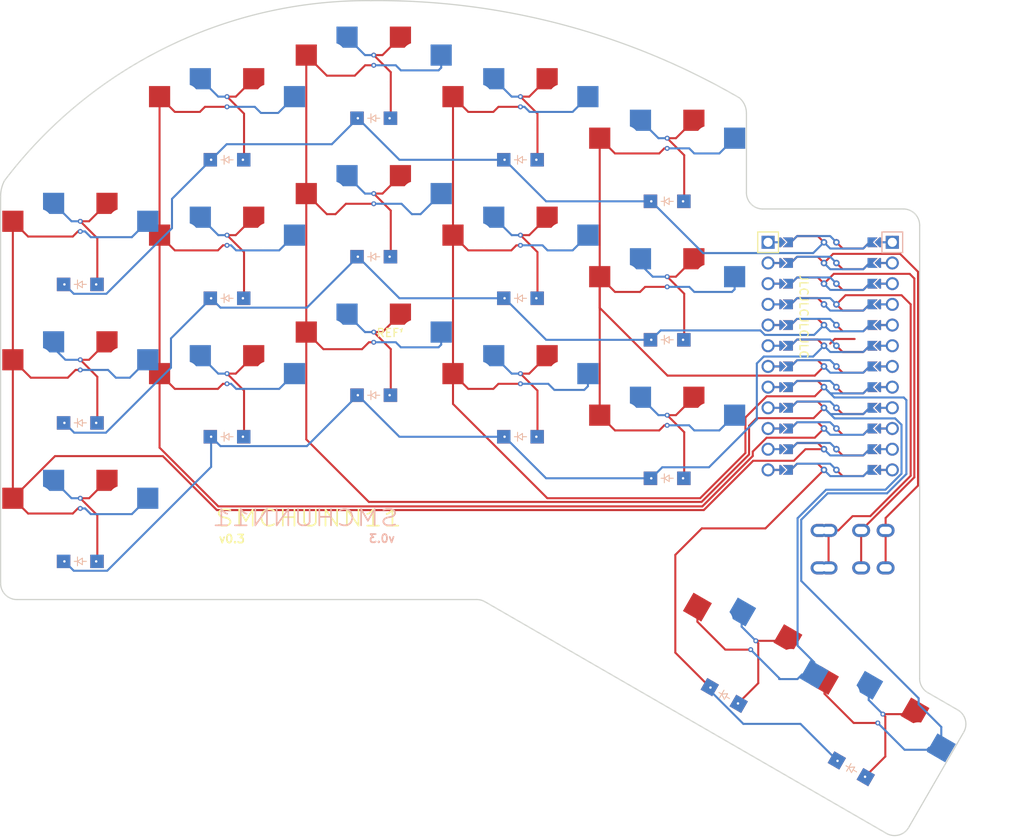
<source format=kicad_pcb>
(kicad_pcb (version 20211014) (generator pcbnew)
  (title_block (title "smcboard") (rev "v1.0.0") (company "Unknown"))
  (layers (0 "F.Cu" signal) (31 "B.Cu" signal) (34 "B.Paste" user) (35 "F.Paste" user) (36 "B.SilkS" user "B.Silkscreen") (37 "F.SilkS" user "F.Silkscreen") (38 "B.Mask" user) (39 "F.Mask" user) (44 "Edge.Cuts" user))
  (net 0 "")
  (net 1 "pinky_bottom")
  (net 2 "P8")
  (net 3 "P3")
  (net 4 "pinky_home")
  (net 5 "P2")
  (net 6 "pinky_top")
  (net 7 "P1")
  (net 8 "ring_bottom")
  (net 9 "P7")
  (net 10 "ring_home")
  (net 11 "ring_top")
  (net 12 "middle_bottom")
  (net 13 "P6")
  (net 14 "middle_home")
  (net 15 "middle_top")
  (net 16 "index_bottom")
  (net 17 "P5")
  (net 18 "index_home")
  (net 19 "index_top")
  (net 20 "inner_bottom")
  (net 21 "P4")
  (net 22 "inner_home")
  (net 23 "inner_top")
  (net 24 "near_thumb")
  (net 25 "P9")
  (net 26 "home_thumb")
  (net 27 "RAW")
  (net 28 "GND")
  (net 29 "RST")
  (net 30 "VCC")
  (net 31 "P21")
  (net 32 "P20")
  (net 33 "P19")
  (net 34 "P18")
  (net 35 "P15")
  (net 36 "P14")
  (net 37 "P16")
  (net 38 "P10")
  (net 39 "P0")
  (footprint "ComboDiode" (layer "F.Cu") (at 92.5 49.25)
    (fp_text reference "D6" hide)
    (fp_text value "" hide)
  )
  (footprint "VIA-0.6mm" (layer "F.Cu") (at 146.5 64.85)
    (fp_text reference "REF**" hide)
    (fp_text value "VIA-0.6mm" hide)
  )
  (footprint "VIA-0.6mm" (layer "F.Cu") (at 146.5 47.85)
    (fp_text reference "REF**" hide)
    (fp_text value "VIA-0.6mm" hide)
  )
  (footprint "VIA-0.6mm" (layer "F.Cu") (at 110.5 71.65)
    (fp_text reference "REF**" hide)
    (fp_text value "VIA-0.6mm" hide)
  )
  (footprint "VIA-0.6mm" (layer "F.Cu") (at 146.5 81.85)
    (fp_text reference "REF**" hide)
    (fp_text value "VIA-0.6mm" hide)
  )
  (footprint "PG1350" (layer "F.Cu") (at 155.5 111.55 -30)
    (fp_text reference "S16" hide)
    (fp_text value "" hide)
  )
  (footprint "VIA-0.6mm" (layer "F.Cu") (at 92.5 75.5)
    (fp_text reference "REF**" hide)
    (fp_text value "VIA-0.6mm" hide)
  )
  (footprint "VIA-0.6mm" (layer "F.Cu") (at 92.5 76.75)
    (fp_text reference "REF**" hide)
    (fp_text value "VIA-0.6mm" hide)
  )
  (footprint "ComboDiode" (layer "F.Cu") (at 146.5 71.35)
    (fp_text reference "D14" hide)
    (fp_text value "" hide)
  )
  (footprint "ComboDiode" (layer "F.Cu") (at 169.088457 124.014102 -30)
    (fp_text reference "D17" hide)
    (fp_text value "" hide)
  )
  (footprint "PG1350" (layer "F.Cu") (at 110.5 40.15)
    (fp_text reference "S9" hide)
    (fp_text value "" hide)
  )
  (footprint "VIA-0.6mm" (layer "F.Cu") (at 74.5 90.8)
    (fp_text reference "REF**" hide)
    (fp_text value "VIA-0.6mm" hide)
  )
  (footprint "VIA-0.6mm" (layer "F.Cu") (at 74.5 58.05)
    (fp_text reference "REF**" hide)
    (fp_text value "VIA-0.6mm" hide)
  )
  (footprint "PG1350" (layer "F.Cu") (at 146.5 50.35)
    (fp_text reference "S15" hide)
    (fp_text value "" hide)
  )
  (footprint "ComboDiode" (layer "F.Cu") (at 128.5 49.25)
    (fp_text reference "D12" hide)
    (fp_text value "" hide)
  )
  (footprint "VIA-0.6mm" (layer "F.Cu") (at 74.5 73.8)
    (fp_text reference "REF**" hide)
    (fp_text value "VIA-0.6mm" hide)
  )
  (footprint "VIA-0.6mm" (layer "F.Cu") (at 128.5 59.75)
    (fp_text reference "REF**" hide)
    (fp_text value "VIA-0.6mm" hide)
  )
  (footprint "ComboDiode" (layer "F.Cu") (at 92.5 66.25)
    (fp_text reference "D5" hide)
    (fp_text value "" hide)
  )
  (footprint "TRRS-PJ-320A-dual" (layer "F.Cu") (at 176.5 99.35 -90)
    (fp_text reference "REF**")
    (fp_text value "TRRS-PJ-320A-dual")
  )
  (footprint "ComboDiode" (layer "F.Cu") (at 74.5 81.55)
    (fp_text reference "D2" hide)
    (fp_text value "" hide)
  )
  (footprint "VIA-0.6mm" (layer "F.Cu") (at 74.5 92.05)
    (fp_text reference "REF**" hide)
    (fp_text value "VIA-0.6mm" hide)
  )
  (footprint "PG1350" (layer "F.Cu") (at 74.5 60.55)
    (fp_text reference "S3" hide)
    (fp_text value "" hide)
  )
  (footprint "ComboDiode" (layer "F.Cu") (at 110.5 44.15)
    (fp_text reference "D9" hide)
    (fp_text value "" hide)
  )
  (footprint "VIA-0.6mm" (layer "F.Cu") (at 156.75 109.384937 -30)
    (fp_text reference "REF**" hide)
    (fp_text value "VIA-0.6mm" hide)
  )
  (footprint "VIA-0.6mm" (layer "F.Cu") (at 92.5 42.75)
    (fp_text reference "REF**" hide)
    (fp_text value "VIA-0.6mm" hide)
  )
  (footprint "PG1350" (layer "F.Cu") (at 146.5 84.35)
    (fp_text reference "S13" hide)
    (fp_text value "" hide)
  )
  (footprint "ComboDiode" (layer "F.Cu") (at 153.5 115.014102 -30)
    (fp_text reference "D16" hide)
    (fp_text value "" hide)
  )
  (footprint "ComboDiode" (layer "F.Cu") (at 146.5 88.35)
    (fp_text reference "D13" hide)
    (fp_text value "" hide)
  )
  (footprint "PG1350" (layer "F.Cu") (at 146.5 67.35)
    (fp_text reference "S14" hide)
    (fp_text value "" hide)
  )
  (footprint "ComboDiode" (layer "F.Cu") (at 128.5 83.25)
    (fp_text reference "D10" hide)
    (fp_text value "" hide)
  )
  (footprint "ProMicro" (layer "F.Cu") (at 166.5 73.35 -90)
    (fp_text reference "MCU1" hide)
    (fp_text value "")
  )
  (footprint "VIA-0.6mm" (layer "F.Cu") (at 110.5 37.65)
    (fp_text reference "REF**" hide)
    (fp_text value "VIA-0.6mm" hide)
  )
  (footprint "VIA-0.6mm" (layer "F.Cu") (at 92.5 41.5)
    (fp_text reference "REF**" hide)
    (fp_text value "VIA-0.6mm" hide)
  )
  (footprint "PG1350" (layer "F.Cu") (at 110.5 74.15)
    (fp_text reference "S7" hide)
    (fp_text value "" hide)
  )
  (footprint "ComboDiode" (layer "F.Cu") (at 110.5 78.15)
    (fp_text reference "D7" hide)
    (fp_text value "" hide)
  )
  (footprint "PG1350" (layer "F.Cu") (at 128.5 45.25)
    (fp_text reference "S12" hide)
    (fp_text value "" hide)
  )
  (footprint "VIA-0.6mm" (layer "F.Cu") (at 74.5 75.05)
    (fp_text reference "REF**" hide)
    (fp_text value "VIA-0.6mm" hide)
  )
  (footprint "PG1350" (layer "F.Cu") (at 92.5 45.25)
    (fp_text reference "S6" hide)
    (fp_text value "" hide)
  )
  (footprint "VIA-0.6mm" (layer "F.Cu") (at 128.5 76.75)
    (fp_text reference "REF**" hide)
    (fp_text value "VIA-0.6mm" hide)
  )
  (footprint "VIA-0.6mm" (layer "F.Cu") (at 146.5 63.6)
    (fp_text reference "REF**" hide)
    (fp_text value "VIA-0.6mm" hide)
  )
  (footprint "PG1350" (layer "F.Cu") (at 92.5 62.25)
    (fp_text reference "S5" hide)
    (fp_text value "" hide)
  )
  (footprint "PG1350" (layer "F.Cu") (at 74.5 77.55)
    (fp_text reference "S2" hide)
    (fp_text value "" hide)
  )
  (footprint "VIA-0.6mm" (layer "F.Cu") (at 128.5 41.5)
    (fp_text reference "REF**" hide)
    (fp_text value "VIA-0.6mm" hide)
  )
  (footprint "VIA-0.6mm" (layer "F.Cu") (at 128.5 58.5)
    (fp_text reference "REF**" hide)
    (fp_text value "VIA-0.6mm" hide)
  )
  (footprint "ComboDiode" (layer "F.Cu") (at 146.5 54.35)
    (fp_text reference "D15" hide)
    (fp_text value "" hide)
  )
  (footprint "VIA-0.6mm" (layer "F.Cu") (at 128.5 75.5)
    (fp_text reference "REF**" hide)
    (fp_text value "VIA-0.6mm" hide)
  )
  (footprint "PG1350" (layer "F.Cu") (at 74.5 94.55)
    (fp_text reference "S1" hide)
    (fp_text value "" hide)
  )
  (footprint "PG1350" (layer "F.Cu") (at 110.5 57.15)
    (fp_text reference "S8" hide)
    (fp_text value "" hide)
  )
  (footprint "VIA-0.6mm" (layer "F.Cu") (at 110.5 36.4)
    (fp_text reference "REF**" hide)
    (fp_text value "VIA-0.6mm" hide)
  )
  (footprint "PG1350" (layer "F.Cu") (at 92.5 79.25)
    (fp_text reference "S4" hide)
    (fp_text value "" hide)
  )
  (footprint "ComboDiode" (layer "F.Cu") (at 128.5 66.25)
    (fp_text reference "D11" hide)
    (fp_text value "" hide)
  )
  (footprint "VIA-0.6mm" (layer "F.Cu") (at 128.5 42.75)
    (fp_text reference "REF**" hide)
    (fp_text value "VIA-0.6mm" hide)
  )
  (footprint "ComboDiode" (layer "F.Cu") (at 92.5 83.25)
    (fp_text reference "D4" hide)
    (fp_text value "" hide)
  )
  (footprint "VIA-0.6mm" (layer "F.Cu") (at 157.375 108.302405 -30)
    (fp_text reference "REF**" hide)
    (fp_text value "VIA-0.6mm" hide)
  )
  (footprint "VIA-0.6mm" (layer "F.Cu") (at 146.5 80.6)
    (fp_text reference "REF**" hide)
    (fp_text value "VIA-0.6mm" hide)
  )
  (footprint "VIA-0.6mm" (layer "F.Cu") (at 92.5 58.5)
    (fp_text reference "REF**" hide)
    (fp_text value "VIA-0.6mm" hide)
  )
  (footprint "PG1350" (layer "F.Cu") (at 128.5 62.25)
    (fp_text reference "S11" hide)
    (fp_text value "" hide)
  )
  (footprint "Downloads:edgecut" (layer "F.Cu") (at 113 71)
    (fp_text reference "REF**")
    (fp_text value "edgecut")
    (fp_line (start 64.47384 41.93123) (end 64.47384 -13.712146) (layer "Edge.Cuts") (width 0.15))
    (fp_line (start 62.47384 -15.712146) (end 45.22384 -15.712146) (layer "Edge.Cuts") (width 0.15))
    (fp_line (start 11.148522 32.505803) (end 60.398994 60.940576) (layer "Edge.Cuts") (width 0.15))
    (fp_line (start 63.131045 60.208526) (end 69.881045 48.517183) (layer "Edge.Cuts") (width 0.15))
    (fp_line (start -46.27616 32.237854) (end 10.148522 32.237854) (layer "Edge.Cuts") (width 0.15))
    (fp_line (start 43.22384 -17.712146) (end 43.22384 -27.462146) (layer "Edge.Cuts") (width 0.15))
    (fp_line (start 65.47384 43.66328) (end 69.148994 45.785132) (layer "Edge.Cuts") (width 0.15))
    (fp_line (start -48.27616 30.237854) (end -48.27616 -17.262146) (layer "Edge.Cuts") (width 0.15))
    (fp_arc (start -46.27616 32.237854) (mid -47.690393 31.652087) (end -48.27616 30.237854) (layer "Edge.Cuts") (width 0.15))
    (fp_arc (start 62.47384 -15.712146) (mid 63.888044 -15.126348) (end 64.47384 -13.712146) (layer "Edge.Cuts") (width 0.15))
    (fp_arc (start -2.843699 -41.284146) (mid 20.567912 -38.366184) (end 42.368301 -29.346146) (layer "Edge.Cuts") (width 0.15))
    (fp_arc (start 69.148994 45.785132) (mid 70.080813 46.999551) (end 69.881045 48.517183) (layer "Edge.Cuts") (width 0.15))
    (fp_arc (start 45.22384 -15.712146) (mid 43.809617 -16.297921) (end 43.22384 -17.712146) (layer "Edge.Cuts") (width 0.15))
    (fp_arc (start 65.47384 43.663281) (mid 64.741799 42.931225) (end 64.47384 41.93123) (layer "Edge.Cuts") (width 0.15))
    (fp_arc (start 63.131044 60.208526) (mid 61.916636 61.140408) (end 60.398994 60.940576) (layer "Edge.Cuts") (width 0.15))
    (fp_arc (start 42.368301 -29.346146) (mid 42.999935 -28.496721) (end 43.22384 -27.462146) (layer "Edge.Cuts") (width 0.15))
    (fp_arc (start -47.801699 -19.186146) (mid -27.94 -35.560001) (end -2.843699 -41.284146) (layer "Edge.Cuts") (width 0.15))
    (fp_arc (start -48.27616 -17.262146) (mid -48.155794 -18.252965) (end -47.801699 -19.186146) (layer "Edge.Cuts") (width 0.15))
    (fp_arc (start 10.148522 32.237854) (mid 10.666159 32.306006) (end 11.148522 32.505803) (layer "Edge.Cuts") (width 0.15))
  )
  (footprint "ComboDiode" (layer "F.Cu") (at 74.5 64.55)
    (fp_text reference "D3" hide)
    (fp_text value "" hide)
  )
  (footprint "VIA-0.6mm" (layer "F.Cu") (at 74.5 56.8)
    (fp_text reference "REF**" hide)
    (fp_text value "VIA-0.6mm" hide)
  )
  (footprint "VIA-0.6mm" (layer "F.Cu") (at 172.963457 117.302405 -30)
    (fp_text reference "REF**" hide)
    (fp_text value "VIA-0.6mm" hide)
  )
  (footprint "VIA-0.6mm" (layer "F.Cu") (at 110.5 70.4)
    (fp_text reference "REF**" hide)
    (fp_text value "VIA-0.6mm" hide)
  )
  (footprint "VIA-0.6mm" (layer "F.Cu") (at 146.5 46.6)
    (fp_text reference "REF**" hide)
    (fp_text value "VIA-0.6mm" hide)
  )
  (footprint "VIA-0.6mm" (layer "F.Cu") (at 110.5 53.4)
    (fp_text reference "REF**" hide)
    (fp_text value "VIA-0.6mm" hide)
  )
  (footprint "VIA-0.6mm" (layer "F.Cu") (at 110.5 54.65)
    (fp_text reference "REF**" hide)
    (fp_text value "VIA-0.6mm" hide)
  )
  (footprint "PG1350" (layer "F.Cu") (at 128.5 79.25)
    (fp_text reference "S10" hide)
    (fp_text value "" hide)
  )
  (footprint "PG1350" (layer "F.Cu") (at 171.088457 120.55 -30)
    (fp_text reference "S17" hide)
    (fp_text value "" hide)
  )
  (footprint "ComboDiode" (layer "F.Cu") (at 110.5 61.15)
    (fp_text reference "D8" hide)
    (fp_text value "" hide)
  )
  (footprint "VIA-0.6mm" (layer "F.Cu") (at 172.338457 118.384937 -30)
    (fp_text reference "REF**" hide)
    (fp_text value "VIA-0.6mm" hide)
  )
  (footprint "VIA-0.6mm" (layer "F.Cu") (at 92.5 59.75)
    (fp_text reference "REF**" hide)
    (fp_text value "VIA-0.6mm" hide)
  )
  (footprint "ComboDiode" (layer "F.Cu") (at 74.5 98.55)
    (fp_text reference "D1" hide)
    (fp_text value "" hide)
  )
  (gr_text "SMCHUNN11" (at 102.102 93.21) (layer "B.SilkS") (effects (font (size 2 2.5) (thickness 0.2)) (justify mirror)))
  (gr_text "v0.3" (at 111.5 95.75) (layer "B.SilkS") (effects (font (size 1 1) (thickness 0.2)) (justify mirror)))
  (gr_text "JLCJLCJLCJLC" (at 163.25 68.5 -90) (layer "F.SilkS") (effects (font (size 1 1))))
  (gr_text "v0.3" (at 93.102 95.79) (layer "F.SilkS") (effects (font (size 1 1) (thickness 0.2))))
  (gr_text "SMCHUNN11" (at 102.5 93.25) (layer "F.SilkS") (effects (font (size 2 2.5) (thickness 0.2))))
  (segment (start 169.5 71.25) (end 167.066695 71.25) (width 0.25) (layer "F.Cu") (net 0))
  (segment (start 167.066695 71.25) (end 166.5 71.816695) (width 0.25) (layer "F.Cu") (net 0))
  (segment (start 75.575 90.8) (end 74.5 90.8) (width 0.25) (layer "F.Cu") (net 1))
  (segment (start 74.5 90.8) (end 76.589501 92.889501) (width 0.25) (layer "F.Cu") (net 1))
  (segment (start 76.589501 92.889501) (end 76.589501 98.370499) (width 0.25) (layer "F.Cu") (net 1))
  (segment (start 77.775 88.6) (end 75.575 90.8) (width 0.25) (layer "F.Cu") (net 1))
  (segment (start 71.225 88.6) (end 73.425 90.8) (width 0.25) (layer "B.Cu") (net 1))
  (segment (start 73.425 90.8) (end 74.5 90.8) (width 0.25) (layer "B.Cu") (net 1))
  (segment (start 73.574999 92.675001) (end 74.2 92.05) (width 0.25) (layer "F.Cu") (net 2))
  (segment (start 66.225 73.8) (end 66.225 90.8) (width 0.25) (layer "F.Cu") (net 2))
  (segment (start 68.100001 92.675001) (end 73.574999 92.675001) (width 0.25) (layer "F.Cu") (net 2))
  (segment (start 73.574999 58.675001) (end 74.2 58.05) (width 0.25) (layer "F.Cu") (net 2))
  (segment (start 66.225 73.8) (end 68.425 76) (width 0.25) (layer "F.Cu") (net 2))
  (segment (start 66.225 56.8) (end 66.225 73.8) (width 0.25) (layer "F.Cu") (net 2))
  (segment (start 66.225 90.8) (end 68.100001 92.675001) (width 0.25) (layer "F.Cu") (net 2))
  (segment (start 71.396195 85.628805) (end 84.628805 85.628805) (width 0.25) (layer "F.Cu") (net 2))
  (segment (start 162.055 86.195) (end 163.47 84.78) (width 0.25) (layer "F.Cu") (net 2))
  (segment (start 151 92.25) (end 157.055 86.195) (width 0.25) (layer "F.Cu") (net 2))
  (segment (start 68.425 76) (end 72.960499 76) (width 0.25) (layer "F.Cu") (net 2))
  (segment (start 91.25 92.25) (end 151 92.25) (width 0.25) (layer "F.Cu") (net 2))
  (segment (start 74.2 58.05) (end 74.5 58.05) (width 0.25) (layer "F.Cu") (net 2))
  (segment (start 66.225 56.8) (end 68.100001 58.675001) (width 0.25) (layer "F.Cu") (net 2))
  (segment (start 157.055 86.195) (end 162.055 86.195) (width 0.25) (layer "F.Cu") (net 2))
  (segment (start 163.47 84.78) (end 165.738 84.78) (width 0.25) (layer "F.Cu") (net 2))
  (segment (start 68.100001 58.675001) (end 73.574999 58.675001) (width 0.25) (layer "F.Cu") (net 2))
  (segment (start 74.2 92.05) (end 74.5 92.05) (width 0.25) (layer "F.Cu") (net 2))
  (segment (start 84.628805 85.628805) (end 91.25 92.25) (width 0.25) (layer "F.Cu") (net 2))
  (segment (start 72.960499 76) (end 73.910499 75.05) (width 0.25) (layer "F.Cu") (net 2))
  (segment (start 66.225 90.8) (end 71.396195 85.628805) (width 0.25) (layer "F.Cu") (net 2))
  (segment (start 73.910499 75.05) (end 74.5 75.05) (width 0.25) (layer "F.Cu") (net 2))
  (segment (start 75.089501 58.05) (end 74.5 58.05) (width 0.25) (layer "B.Cu") (net 2))
  (segment (start 80.825 92.75) (end 75.789501 92.75) (width 0.25) (layer "B.Cu") (net 2))
  (segment (start 78.86 76) (end 77.91 75.05) (width 0.25) (layer "B.Cu") (net 2))
  (segment (start 75.789501 92.75) (end 75.089501 92.05) (width 0.25) (layer "B.Cu") (net 2))
  (segment (start 82.775 73.8) (end 80.575 76) (width 0.25) (layer "B.Cu") (net 2))
  (segment (start 80.575 76) (end 78.86 76) (width 0.25) (layer "B.Cu") (net 2))
  (segment (start 82.775 56.8) (end 80.825 58.75) (width 0.25) (layer "B.Cu") (net 2))
  (segment (start 75.089501 92.05) (end 74.5 92.05) (width 0.25) (layer "B.Cu") (net 2))
  (segment (start 75.789501 58.75) (end 75.089501 58.05) (width 0.25) (layer "B.Cu") (net 2))
  (segment (start 80.825 58.75) (end 75.789501 58.75) (width 0.25) (layer "B.Cu") (net 2))
  (segment (start 77.91 75.05) (end 74.5 75.05) (width 0.25) (layer "B.Cu") (net 2))
  (segment (start 82.775 90.8) (end 80.825 92.75) (width 0.25) (layer "B.Cu") (net 2))
  (segment (start 113.65 83.25) (end 126.55 83.25) (width 0.25) (layer "B.Cu") (net 3))
  (segment (start 158.346 73.404) (end 164.414 73.404) (width 0.25) (layer "B.Cu") (net 3))
  (segment (start 164.414 73.404) (end 165.738 72.08) (width 0.25) (layer "B.Cu") (net 3))
  (segment (start 73.7 99.7) (end 77.8 99.7) (width 0.25) (layer "B.Cu") (net 3))
  (segment (start 91.7 84.4) (end 102.3 84.4) (width 0.25) (layer "B.Cu") (net 3))
  (segment (start 144.55 88.35) (end 145.9 87) (width 0.25) (layer "B.Cu") (net 3))
  (segment (start 131.65 88.35) (end 144.55 88.35) (width 0.25) (layer "B.Cu") (net 3))
  (segment (start 102.3 84.4) (end 108.55 78.15) (width 0.25) (layer "B.Cu") (net 3))
  (segment (start 72.55 98.55) (end 73.7 99.7) (width 0.25) (layer "B.Cu") (net 3))
  (segment (start 157.5 81.125) (end 157.5 74.25) (width 0.25) (layer "B.Cu") (net 3))
  (segment (start 90.55 83.25) (end 91.7 84.4) (width 0.25) (layer "B.Cu") (net 3))
  (segment (start 77.8 99.7) (end 90.55 86.95) (width 0.25) (layer "B.Cu") (net 3))
  (segment (start 126.55 83.25) (end 131.65 88.35) (width 0.25) (layer "B.Cu") (net 3))
  (segment (start 157.5 74.25) (end 158.346 73.404) (width 0.25) (layer "B.Cu") (net 3))
  (segment (start 151.625 87) (end 157.5 81.125) (width 0.25) (layer "B.Cu") (net 3))
  (segment (start 90.55 86.95) (end 90.55 83.25) (width 0.25) (layer "B.Cu") (net 3))
  (segment (start 145.9 87) (end 151.625 87) (width 0.25) (layer "B.Cu") (net 3))
  (segment (start 108.55 78.15) (end 113.65 83.25) (width 0.25) (layer "B.Cu") (net 3))
  (segment (start 74.5 73.8) (end 76.589501 75.889501) (width 0.25) (layer "F.Cu") (net 4))
  (segment (start 75.575 73.8) (end 74.5 73.8) (width 0.25) (layer "F.Cu") (net 4))
  (segment (start 76.589501 75.889501) (end 76.589501 81.370499) (width 0.25) (layer "F.Cu") (net 4))
  (segment (start 77.775 71.6) (end 75.575 73.8) (width 0.25) (layer "F.Cu") (net 4))
  (segment (start 71.225 71.6) (end 71.225 72.350001) (width 0.25) (layer "B.Cu") (net 4))
  (segment (start 71.225 72.350001) (end 72.674999 73.8) (width 0.25) (layer "B.Cu") (net 4))
  (segment (start 72.674999 73.8) (end 74.5 73.8) (width 0.25) (layer "B.Cu") (net 4))
  (segment (start 108.55 61.15) (end 102.3 67.4) (width 0.25) (layer "B.Cu") (net 5))
  (segment (start 164.528 70.75) (end 165.738 69.54) (width 0.25) (layer "B.Cu") (net 5))
  (segment (start 158.484999 70.75) (end 164.528 70.75) (width 0.25) (layer "B.Cu") (net 5))
  (segment (start 144.55 71.35) (end 131.65 71.35) (width 0.25) (layer "B.Cu") (net 5))
  (segment (start 113.65 66.25) (end 108.55 61.15) (width 0.25) (layer "B.Cu") (net 5))
  (segment (start 90.55 66.25) (end 85.624999 71.175001) (width 0.25) (layer "B.Cu") (net 5))
  (segment (start 91.7 67.4) (end 90.55 66.25) (width 0.25) (layer "B.Cu") (net 5))
  (segment (start 85.624999 71.175001) (end 85.624999 74.775001) (width 0.25) (layer "B.Cu") (net 5))
  (segment (start 73.75 82.75) (end 72.55 81.55) (width 0.25) (layer "B.Cu") (net 5))
  (segment (start 131.65 71.35) (end 126.55 66.25) (width 0.25) (layer "B.Cu") (net 5))
  (segment (start 85.624999 74.775001) (end 77.65 82.75) (width 0.25) (layer "B.Cu") (net 5))
  (segment (start 77.65 82.75) (end 73.75 82.75) (width 0.25) (layer "B.Cu") (net 5))
  (segment (start 102.3 67.4) (end 91.7 67.4) (width 0.25) (layer "B.Cu") (net 5))
  (segment (start 126.55 66.25) (end 113.65 66.25) (width 0.25) (layer "B.Cu") (net 5))
  (segment (start 145.7 70.2) (end 157.934999 70.2) (width 0.25) (layer "B.Cu") (net 5))
  (segment (start 144.55 71.35) (end 145.7 70.2) (width 0.25) (layer "B.Cu") (net 5))
  (segment (start 157.934999 70.2) (end 158.484999 70.75) (width 0.25) (layer "B.Cu") (net 5))
  (segment (start 76.589501 58.889501) (end 76.589501 64.370499) (width 0.25) (layer "F.Cu") (net 6))
  (segment (start 75.575 56.8) (end 74.5 56.8) (width 0.25) (layer "F.Cu") (net 6))
  (segment (start 77.775 54.6) (end 75.575 56.8) (width 0.25) (layer "F.Cu") (net 6))
  (segment (start 74.5 56.8) (end 76.589501 58.889501) (width 0.25) (layer "F.Cu") (net 6))
  (segment (start 71.225 54.6) (end 73.425 56.8) (width 0.25) (layer "B.Cu") (net 6))
  (segment (start 73.425 56.8) (end 74.5 56.8) (width 0.25) (layer "B.Cu") (net 6))
  (segment (start 131.65 54.35) (end 144.55 54.35) (width 0.25) (layer "B.Cu") (net 7))
  (segment (start 126.55 49.25) (end 131.65 54.35) (width 0.25) (layer "B.Cu") (net 7))
  (segment (start 73.7 65.7) (end 77.7 65.7) (width 0.25) (layer "B.Cu") (net 7))
  (segment (start 150.904 60.704) (end 164.414 60.704) (width 0.25) (layer "B.Cu") (net 7))
  (segment (start 164.414 60.704) (end 165.738 59.38) (width 0.25) (layer "B.Cu") (net 7))
  (segment (start 105.360499 47.339501) (end 108.55 44.15) (width 0.25) (layer "B.Cu") (net 7))
  (segment (start 85.75 57.65) (end 85.75 54.05) (width 0.25) (layer "B.Cu") (net 7))
  (segment (start 77.7 65.7) (end 85.75 57.65) (width 0.25) (layer "B.Cu") (net 7))
  (segment (start 113.65 49.25) (end 126.55 49.25) (width 0.25) (layer "B.Cu") (net 7))
  (segment (start 72.55 64.55) (end 73.7 65.7) (width 0.25) (layer "B.Cu") (net 7))
  (segment (start 92.460499 47.339501) (end 105.360499 47.339501) (width 0.25) (layer "B.Cu") (net 7))
  (segment (start 85.75 54.05) (end 90.55 49.25) (width 0.25) (layer "B.Cu") (net 7))
  (segment (start 90.55 49.25) (end 92.460499 47.339501) (width 0.25) (layer "B.Cu") (net 7))
  (segment (start 144.55 54.35) (end 150.904 60.704) (width 0.25) (layer "B.Cu") (net 7))
  (segment (start 108.55 44.15) (end 113.65 49.25) (width 0.25) (layer "B.Cu") (net 7))
  (segment (start 94.589501 77.589501) (end 94.589501 83.070499) (width 0.25) (layer "F.Cu") (net 8))
  (segment (start 92.5 75.5) (end 94.589501 77.589501) (width 0.25) (layer "F.Cu") (net 8))
  (segment (start 95.775 73.3) (end 93.575 75.5) (width 0.25) (layer "F.Cu") (net 8))
  (segment (start 93.575 75.5) (end 92.5 75.5) (width 0.25) (layer "F.Cu") (net 8))
  (segment (start 89.225 73.3) (end 91.425 75.5) (width 0.25) (layer "B.Cu") (net 8))
  (segment (start 91.425 75.5) (end 92.5 75.5) (width 0.25) (layer "B.Cu") (net 8))
  (segment (start 84.225 75.5) (end 86.100001 77.375001) (width 0.25) (layer "F.Cu") (net 9))
  (segment (start 84.225 41.5) (end 86.100001 43.375001) (width 0.25) (layer "F.Cu") (net 9))
  (segment (start 157 85.069009) (end 158.704009 83.365) (width 0.25) (layer "F.Cu") (net 9))
  (segment (start 84.225 41.5) (end 84.225 58.5) (width 0.25) (layer "F.Cu") (net 9))
  (segment (start 91.374999 77.375001) (end 92 76.75) (width 0.25) (layer "F.Cu") (net 9))
  (segment (start 84.225 58.5) (end 84.225 75.5) (width 0.25) (layer "F.Cu") (net 9))
  (segment (start 84.225 58.5) (end 86.100001 60.375001) (width 0.25) (layer "F.Cu") (net 9))
  (segment (start 89.797106 42.75) (end 92.5 42.75) (width 0.25) (layer "F.Cu") (net 9))
  (segment (start 84.225 84.588604) (end 91.436396 91.8) (width 0.25) (layer "F.Cu") (net 9))
  (segment (start 157 85.613604) (end 157 85.069009) (width 0.25) (layer "F.Cu") (net 9))
  (segment (start 91.436396 91.8) (end 150.813604 91.8) (width 0.25) (layer "F.Cu") (net 9))
  (segment (start 92 76.75) (end 92.5 76.75) (width 0.25) (layer "F.Cu") (net 9))
  (segment (start 89.172105 43.375001) (end 89.797106 42.75) (width 0.25) (layer "F.Cu") (net 9))
  (segment (start 158.704009 83.365) (end 164.613 83.365) (width 0.25) (layer "F.Cu") (net 9))
  (segment (start 86.100001 60.375001) (end 91.374999 60.375001) (width 0.25) (layer "F.Cu") (net 9))
  (segment (start 150.813604 91.8) (end 157 85.613604) (width 0.25) (layer "F.Cu") (net 9))
  (segment (start 86.100001 43.375001) (end 89.172105 43.375001) (width 0.25) (layer "F.Cu") (net 9))
  (segment (start 164.613 83.365) (end 165.738 82.24) (width 0.25) (layer "F.Cu") (net 9))
  (segment (start 92 59.75) (end 92.5 59.75) (width 0.25) (layer "F.Cu") (net 9))
  (segment (start 84.225 75.5) (end 84.225 84.588604) (width 0.25) (layer "F.Cu") (net 9))
  (segment (start 91.374999 60.375001) (end 92 59.75) (width 0.25) (layer "F.Cu") (net 9))
  (segment (start 86.100001 77.375001) (end 91.374999 77.375001) (width 0.25) (layer "F.Cu") (net 9))
  (segment (start 96.66 43.5) (end 95.91 42.75) (width 0.25) (layer "B.Cu") (net 9))
  (segment (start 98.899999 60.375001) (end 93.625001 60.375001) (width 0.25) (layer "B.Cu") (net 9))
  (segment (start 93.625001 77.375001) (end 93 76.75) (width 0.25) (layer "B.Cu") (net 9))
  (segment (start 93 59.75) (end 92.5 59.75) (width 0.25) (layer "B.Cu") (net 9))
  (segment (start 100.775 41.5) (end 98.775 43.5) (width 0.25) (layer "B.Cu") (net 9))
  (segment (start 98.775 43.5) (end 96.66 43.5) (width 0.25) (layer "B.Cu") (net 9))
  (segment (start 100.775 75.5) (end 98.899999 77.375001) (width 0.25) (layer "B.Cu") (net 9))
  (segment (start 98.899999 77.375001) (end 93.625001 77.375001) (width 0.25) (layer "B.Cu") (net 9))
  (segment (start 100.775 58.5) (end 98.899999 60.375001) (width 0.25) (layer "B.Cu") (net 9))
  (segment (start 95.91 42.75) (end 92.5 42.75) (width 0.25) (layer "B.Cu") (net 9))
  (segment (start 93 76.75) (end 92.5 76.75) (width 0.25) (layer "B.Cu") (net 9))
  (segment (start 93.625001 60.375001) (end 93 59.75) (width 0.25) (layer "B.Cu") (net 9))
  (segment (start 93.575 58.5) (end 92.5 58.5) (width 0.25) (layer "F.Cu") (net 10))
  (segment (start 92.5 58.5) (end 94.589501 60.589501) (width 0.25) (layer "F.Cu") (net 10))
  (segment (start 94.589501 60.589501) (end 94.589501 66.070499) (width 0.25) (layer "F.Cu") (net 10))
  (segment (start 95.775 56.3) (end 93.575 58.5) (width 0.25) (layer "F.Cu") (net 10))
  (segment (start 91.425 58.5) (end 92.5 58.5) (width 0.25) (layer "B.Cu") (net 10))
  (segment (start 89.225 56.3) (end 91.425 58.5) (width 0.25) (layer "B.Cu") (net 10))
  (segment (start 93.575 41.5) (end 92.5 41.5) (width 0.25) (layer "F.Cu") (net 11))
  (segment (start 94.589501 43.589501) (end 94.589501 49.070499) (width 0.25) (layer "F.Cu") (net 11))
  (segment (start 95.775 39.3) (end 93.575 41.5) (width 0.25) (layer "F.Cu") (net 11))
  (segment (start 92.5 41.5) (end 94.589501 43.589501) (width 0.25) (layer "F.Cu") (net 11))
  (segment (start 89.225 39.3) (end 91.425 41.5) (width 0.25) (layer "B.Cu") (net 11))
  (segment (start 91.425 41.5) (end 92.5 41.5) (width 0.25) (layer "B.Cu") (net 11))
  (segment (start 111.575 70.4) (end 110.5 70.4) (width 0.25) (layer "F.Cu") (net 12))
  (segment (start 113.775 68.2) (end 111.575 70.4) (width 0.25) (layer "F.Cu") (net 12))
  (segment (start 112.589501 72.489501) (end 112.589501 77.970499) (width 0.25) (layer "F.Cu") (net 12))
  (segment (start 110.5 70.4) (end 112.589501 72.489501) (width 0.25) (layer "F.Cu") (net 12))
  (segment (start 109.425 70.4) (end 110.5 70.4) (width 0.25) (layer "B.Cu") (net 12))
  (segment (start 107.225 68.2) (end 109.425 70.4) (width 0.25) (layer "B.Cu") (net 12))
  (segment (start 105.815901 55.924099) (end 107.09 54.65) (width 0.25) (layer "F.Cu") (net 13))
  (segment (start 107.09 54.65) (end 110.5 54.65) (width 0.25) (layer "F.Cu") (net 13))
  (segment (start 164.468 80.97) (end 165.738 79.7) (width 0.25) (layer "F.Cu") (net 13))
  (segment (start 102.225 36.4) (end 104.749099 38.924099) (width 0.25) (layer "F.Cu") (net 13))
  (segment (start 109.9 91.25) (end 150.727208 91.25) (width 0.25) (layer "F.Cu") (net 13))
  (segment (start 150.727208 91.25) (end 156.55 85.427208) (width 0.25) (layer "F.Cu") (net 13))
  (segment (start 156.55 85.427208) (end 156.55 81.897134) (width 0.25) (layer "F.Cu") (net 13))
  (segment (start 102.225 83.575) (end 109.9 91.25) (width 0.25) (layer "F.Cu") (net 13))
  (segment (start 109.060499 72.5) (end 109.910499 71.65) (width 0.25) (layer "F.Cu") (net 13))
  (segment (start 102.225 70.4) (end 102.225 83.575) (width 0.25) (layer "F.Cu") (net 13))
  (segment (start 109.448198 37.65) (end 110.5 37.65) (width 0.25) (layer "F.Cu") (net 13))
  (segment (start 104.749099 38.924099) (end 108.174099 38.924099) (width 0.25) (layer "F.Cu") (net 13))
  (segment (start 150.20864 105.95864) (end 153.634937 109.384937) (width 0.25) (layer "F.Cu") (net 13))
  (segment (start 102.225 70.4) (end 102.225 53.4) (width 0.25) (layer "F.Cu") (net 13))
  (segment (start 102.225 53.4) (end 104.749099 55.924099) (width 0.25) (layer "F.Cu") (net 13))
  (segment (start 150.20864 104.164905) (end 150.20864 105.95864) (width 0.25) (layer "F.Cu") (net 13))
  (segment (start 108.174099 38.924099) (end 109.448198 37.65) (width 0.25) (layer "F.Cu") (net 13))
  (segment (start 102.225 70.4) (end 104.325 72.5) (width 0.25) (layer "F.Cu") (net 13))
  (segment (start 156.55 81.897134) (end 157.477134 80.97) (width 0.25) (layer "F.Cu") (net 13))
  (segment (start 104.325 72.5) (end 109.060499 72.5) (width 0.25) (layer "F.Cu") (net 13))
  (segment (start 104.749099 55.924099) (end 105.815901 55.924099) (width 0.25) (layer "F.Cu") (net 13))
  (segment (start 153.634937 109.384937) (end 156.75 109.384937) (width 0.25) (layer "F.Cu") (net 13))
  (segment (start 102.225 36.4) (end 102.225 53.4) (width 0.25) (layer "F.Cu") (net 13))
  (segment (start 157.477134 80.97) (end 164.468 80.97) (width 0.25) (layer "F.Cu") (net 13))
  (segment (start 109.910499 71.65) (end 110.5 71.65) (width 0.25) (layer "F.Cu") (net 13))
  (segment (start 162.5 108.897434) (end 162.5 93.25) (width 0.25) (layer "B.Cu") (net 13))
  (segment (start 160.25 113) (end 160.25 112.884937) (width 0.25) (layer "B.Cu") (net 13))
  (segment (start 118.775 36.4) (end 118.775 37.95) (width 0.25) (layer "B.Cu") (net 13))
  (segment (start 113.827895 72.275001) (end 113.202894 71.65) (width 0.25) (layer "B.Cu") (net 13))
  (segment (start 113.202894 37.65) (end 110.5 37.65) (width 0.25) (layer "B.Cu") (net 13))
  (segment (start 118.775 53.4) (end 116.250901 55.924099) (width 0.25) (layer "B.Cu") (net 13))
  (segment (start 163.040249 112.439905) (end 162.480154 113) (width 0.25) (layer "B.Cu") (net 13))
  (segment (start 164.54136 112.439905) (end 163.040249 112.439905) (width 0.25) (layer "B.Cu") (net 13))
  (segment (start 118.449999 38.275001) (end 113.827895 38.275001) (width 0.25) (layer "B.Cu") (net 13))
  (segment (start 118.775 37.95) (end 118.449999 38.275001) (width 0.25) (layer "B.Cu") (net 13))
  (segment (start 118.775 71.95) (end 118.449999 72.275001) (width 0.25) (layer "B.Cu") (net 13))
  (segment (start 116.250901 55.924099) (end 115.184099 55.924099) (width 0.25) (layer "B.Cu") (net 13))
  (segment (start 175.25 81.779009) (end 174.470991 81) (width 0.25) (layer "B.Cu") (net 13))
  (segment (start 115.184099 55.924099) (end 113.91 54.65) (width 0.25) (layer "B.Cu") (net 13))
  (segment (start 164.54136 112.439905) (end 164.54136 110.938794) (width 0.25) (layer "B.Cu") (net 13))
  (segment (start 167.038 81) (end 165.738 79.7) (width 0.25) (layer "B.Cu") (net 13))
  (segment (start 162.5 93.25) (end 166 89.75) (width 0.25) (layer "B.Cu") (net 13))
  (segment (start 118.449999 72.275001) (end 113.827895 72.275001) (width 0.25) (layer "B.Cu") (net 13))
  (segment (start 113.91 54.65) (end 110.5 54.65) (width 0.25) (layer "B.Cu") (net 13))
  (segment (start 118.775 70.4) (end 118.775 71.95) (width 0.25) (layer "B.Cu") (net 13))
  (segment (start 174.470991 81) (end 167.038 81) (width 0.25) (layer "B.Cu") (net 13))
  (segment (start 175.25 87.780991) (end 175.25 81.779009) (width 0.25) (layer "B.Cu") (net 13))
  (segment (start 113.827895 38.275001) (end 113.202894 37.65) (width 0.25) (layer "B.Cu") (net 13))
  (segment (start 162.480154 113) (end 160.25 113) (width 0.25) (layer "B.Cu") (net 13))
  (segment (start 113.202894 71.65) (end 110.5 71.65) (width 0.25) (layer "B.Cu") (net 13))
  (segment (start 166 89.75) (end 173.280991 89.75) (width 0.25) (layer "B.Cu") (net 13))
  (segment (start 173.280991 89.75) (end 175.25 87.780991) (width 0.25) (layer "B.Cu") (net 13))
  (segment (start 164.54136 110.938794) (end 162.5 108.897434) (width 0.25) (layer "B.Cu") (net 13))
  (segment (start 160.25 112.884937) (end 156.75 109.384937) (width 0.25) (layer "B.Cu") (net 13))
  (segment (start 110.5 53.4) (end 112.589501 55.489501) (width 0.25) (layer "F.Cu") (net 14))
  (segment (start 112.589501 55.489501) (end 112.589501 60.970499) (width 0.25) (layer "F.Cu") (net 14))
  (segment (start 113.775 51.2) (end 111.575 53.4) (width 0.25) (layer "F.Cu") (net 14))
  (segment (start 111.575 53.4) (end 110.5 53.4) (width 0.25) (layer "F.Cu") (net 14))
  (segment (start 109.425 53.4) (end 110.5 53.4) (width 0.25) (layer "B.Cu") (net 14))
  (segment (start 107.225 51.2) (end 109.425 53.4) (width 0.25) (layer "B.Cu") (net 14))
  (segment (start 110.5 36.4) (end 112.589501 38.489501) (width 0.25) (layer "F.Cu") (net 15))
  (segment (start 112.589501 38.489501) (end 112.589501 43.970499) (width 0.25) (layer "F.Cu") (net 15))
  (segment (start 113.775 34.2) (end 111.575 36.4) (width 0.25) (layer "F.Cu") (net 15))
  (segment (start 111.575 36.4) (end 110.5 36.4) (width 0.25) (layer "F.Cu") (net 15))
  (segment (start 109.425 36.4) (end 110.5 36.4) (width 0.25) (layer "B.Cu") (net 15))
  (segment (start 107.225 34.2) (end 109.425 36.4) (width 0.25) (layer "B.Cu") (net 15))
  (segment (start 129.575 75.5) (end 128.5 75.5) (width 0.25) (layer "F.Cu") (net 16))
  (segment (start 131.775 73.3) (end 129.575 75.5) (width 0.25) (layer "F.Cu") (net 16))
  (segment (start 128.5 75.5) (end 130.589501 77.589501) (width 0.25) (layer "F.Cu") (net 16))
  (segment (start 130.589501 77.589501) (end 130.589501 83.070499) (width 0.25) (layer "F.Cu") (net 16))
  (segment (start 127.425 75.5) (end 128.5 75.5) (width 0.25) (layer "B.Cu") (net 16))
  (segment (start 125.225 73.3) (end 127.425 75.5) (width 0.25) (layer "B.Cu") (net 16))
  (segment (start 156.1 85.240812) (end 156.1 80.889009) (width 0.25) (layer "F.Cu") (net 17))
  (segment (start 120.225 41.5) (end 120.225 58.5) (width 0.25) (layer "F.Cu") (net 17))
  (segment (start 120.225 58.5) (end 120.225 75.5) (width 0.25) (layer "F.Cu") (net 17))
  (segment (start 125.172105 43.375001) (end 125.797106 42.75) (width 0.25) (layer "F.Cu") (net 17))
  (segment (start 131.8 90.8) (end 150.540812 90.8) (width 0.25) (layer "F.Cu") (net 17))
  (segment (start 120.225 75.5) (end 120.225 79.225) (width 0.25) (layer "F.Cu") (net 17))
  (segment (start 165.797097 114.797097) (end 169.384937 118.384937) (width 0.25) (layer "F.Cu") (net 17))
  (segment (start 122.100001 43.375001) (end 125.172105 43.375001) (width 0.25) (layer "F.Cu") (net 17))
  (segment (start 125.172105 77.375001) (end 125.797106 76.75) (width 0.25) (layer "F.Cu") (net 17))
  (segment (start 164.613 78.285) (end 165.738 77.16) (width 0.25) (layer "F.Cu") (net 17))
  (segment (start 150.540812 90.8) (end 156.1 85.240812) (width 0.25) (layer "F.Cu") (net 17))
  (segment (start 158.704009 78.285) (end 164.613 78.285) (width 0.25) (layer "F.Cu") (net 17))
  (segment (start 120.225 58.5) (end 122.100001 60.375001) (width 0.25) (layer "F.Cu") (net 17))
  (segment (start 125.797106 76.75) (end 128.5 76.75) (width 0.25) (layer "F.Cu") (net 17))
  (segment (start 120.225 41.5) (end 122.100001 43.375001) (width 0.25) (layer "F.Cu") (net 17))
  (segment (start 128 59.75) (end 128.5 59.75) (width 0.25) (layer "F.Cu") (net 17))
  (segment (start 165.797097 113.164905) (end 165.797097 114.797097) (width 0.25) (layer "F.Cu") (net 17))
  (segment (start 169.384937 118.384937) (end 172.338457 118.384937) (width 0.25) (layer "F.Cu") (net 17))
  (segment (start 120.225 75.5) (end 122.100001 77.375001) (width 0.25) (layer "F.Cu") (net 17))
  (segment (start 122.100001 60.375001) (end 127.374999 60.375001) (width 0.25) (layer "F.Cu") (net 17))
  (segment (start 120.225 79.225) (end 131.8 90.8) (width 0.25) (layer "F.Cu") (net 17))
  (segment (start 127.374999 60.375001) (end 128 59.75) (width 0.25) (layer "F.Cu") (net 17))
  (segment (start 156.1 80.889009) (end 158.704009 78.285) (width 0.25) (layer "F.Cu") (net 17))
  (segment (start 125.797106 42.75) (end 128.5 42.75) (width 0.25) (layer "F.Cu") (net 17))
  (segment (start 122.100001 77.375001) (end 125.172105 77.375001) (width 0.25) (layer "F.Cu") (net 17))
  (segment (start 178.628706 121.439905) (end 178.391205 121.677406) (width 0.25) (layer "B.Cu") (net 17))
  (segment (start 162.95 100.95) (end 162.95 93.436396) (width 0.25) (layer "B.Cu") (net 17))
  (segment (start 129 42.75) (end 128.5 42.75) (width 0.25) (layer "B.Cu") (net 17))
  (segment (start 132.66 77.5) (end 131.91 76.75) (width 0.25) (layer "B.Cu") (net 17))
  (segment (start 173.467387 90.2) (end 175.847865 87.819522) (width 0.25) (layer "B.Cu") (net 17))
  (segment (start 131.91 76.75) (end 128.5 76.75) (width 0.25) (layer "B.Cu") (net 17))
  (segment (start 177.351534 115.351534) (end 162.95 100.95) (width 0.25) (layer "B.Cu") (net 17))
  (segment (start 178.391205 121.677406) (end 175.630926 121.677406) (width 0.25) (layer "B.Cu") (net 17))
  (segment (start 167.008 78.43) (end 165.738 77.16) (width 0.25) (layer "B.Cu") (net 17))
  (segment (start 136.775 77.05) (end 136.325 77.5) (width 0.25) (layer "B.Cu") (net 17))
  (segment (start 175.522866 78.43) (end 167.008 78.43) (width 0.25) (layer "B.Cu") (net 17))
  (segment (start 180.129817 121.439905) (end 180.129817 118.879817) (width 0.25) (layer "B.Cu") (net 17))
  (segment (start 134.899999 43.375001) (end 129.625001 43.375001) (width 0.25) (layer "B.Cu") (net 17))
  (segment (start 175.847865 87.819522) (end 175.847865 78.754999) (width 0.25) (layer "B.Cu") (net 17))
  (segment (start 131.827895 60.375001) (end 131.202894 59.75) (width 0.25) (layer "B.Cu") (net 17))
  (segment (start 180.129817 121.439905) (end 178.628706 121.439905) (width 0.25) (layer "B.Cu") (net 17))
  (segment (start 136.775 41.5) (end 134.899999 43.375001) (width 0.25) (layer "B.Cu") (net 17))
  (segment (start 175.630926 121.677406) (end 172.338457 118.384937) (width 0.25) (layer "B.Cu") (net 17))
  (segment (start 175.847865 78.754999) (end 175.522866 78.43) (width 0.25) (layer "B.Cu") (net 17))
  (segment (start 131.202894 59.75) (end 128.5 59.75) (width 0.25) (layer "B.Cu") (net 17))
  (segment (start 136.775 58.5) (end 134.899999 60.375001) (width 0.25) (layer "B.Cu") (net 17))
  (segment (start 162.95 93.436396) (end 166.186396 90.2) (width 0.25) (layer "B.Cu") (net 17))
  (segment (start 129.625001 43.375001) (end 129 42.75) (width 0.25) (layer "B.Cu") (net 17))
  (segment (start 180.129817 118.879817) (end 177.351534 116.101534) (width 0.25) (layer "B.Cu") (net 17))
  (segment (start 136.775 75.5) (end 136.775 77.05) (width 0.25) (layer "B.Cu") (net 17))
  (segment (start 134.899999 60.375001) (end 131.827895 60.375001) (width 0.25) (layer "B.Cu") (net 17))
  (segment (start 136.325 77.5) (end 132.66 77.5) (width 0.25) (layer "B.Cu") (net 17))
  (segment (start 166.186396 90.2) (end 173.467387 90.2) (width 0.25) (layer "B.Cu") (net 17))
  (segment (start 177.351534 116.101534) (end 177.351534 115.351534) (width 0.25) (layer "B.Cu") (net 17))
  (segment (start 128.5 58.5) (end 130.589501 60.589501) (width 0.25) (layer "F.Cu") (net 18))
  (segment (start 129.575 58.5) (end 128.5 58.5) (width 0.25) (layer "F.Cu") (net 18))
  (segment (start 130.589501 60.589501) (end 130.589501 66.070499) (width 0.25) (layer "F.Cu") (net 18))
  (segment (start 131.775 56.3) (end 129.575 58.5) (width 0.25) (layer "F.Cu") (net 18))
  (segment (start 127.425 58.5) (end 128.5 58.5) (width 0.25) (layer "B.Cu") (net 18))
  (segment (start 125.225 56.3) (end 127.425 58.5) (width 0.25) (layer "B.Cu") (net 18))
  (segment (start 129.575 41.5) (end 128.5 41.5) (width 0.25) (layer "F.Cu") (net 19))
  (segment (start 130.589501 43.589501) (end 130.589501 49.070499) (width 0.25) (layer "F.Cu") (net 19))
  (segment (start 128.5 41.5) (end 130.589501 43.589501) (width 0.25) (layer "F.Cu") (net 19))
  (segment (start 131.775 39.3) (end 129.575 41.5) (width 0.25) (layer "F.Cu") (net 19))
  (segment (start 125.225 39.3) (end 127.425 41.5) (width 0.25) (layer "B.Cu") (net 19))
  (segment (start 127.425 41.5) (end 128.5 41.5) (width 0.25) (layer "B.Cu") (net 19))
  (segment (start 146.5 80.6) (end 148.589501 82.689501) (width 0.25) (layer "F.Cu") (net 20))
  (segment (start 149.775 78.4) (end 147.575 80.6) (width 0.25) (layer "F.Cu") (net 20))
  (segment (start 147.575 80.6) (end 146.5 80.6) (width 0.25) (layer "F.Cu") (net 20))
  (segment (start 148.589501 82.689501) (end 148.589501 88.170499) (width 0.25) (layer "F.Cu") (net 20))
  (segment (start 145.425 80.6) (end 146.5 80.6) (width 0.25) (layer "B.Cu") (net 20))
  (segment (start 143.225 78.4) (end 145.425 80.6) (width 0.25) (layer "B.Cu") (net 20))
  (segment (start 140.100001 82.475001) (end 145.524999 82.475001) (width 0.25) (layer "F.Cu") (net 21))
  (segment (start 138.225 46.6) (end 140.100001 48.475001) (width 0.25) (layer "F.Cu") (net 21))
  (segment (start 145.524999 82.475001) (end 146.15 81.85) (width 0.25) (layer "F.Cu") (net 21))
  (segment (start 145.524999 48.475001) (end 146.15 47.85) (width 0.25) (layer "F.Cu") (net 21))
  (segment (start 138.225 63.6) (end 140.100001 65.475001) (width 0.25) (layer "F.Cu") (net 21))
  (segment (start 138.225 63.6) (end 138.225 67.425) (width 0.25) (layer "F.Cu") (net 21))
  (segment (start 143.172105 65.475001) (end 143.797106 64.85) (width 0.25) (layer "F.Cu") (net 21))
  (segment (start 138.225 80.6) (end 140.100001 82.475001) (width 0.25) (layer "F.Cu") (net 21))
  (segment (start 146.15 47.85) (end 146.5 47.85) (width 0.25) (layer "F.Cu") (net 21))
  (segment (start 140.100001 65.475001) (end 143.172105 65.475001) (width 0.25) (layer "F.Cu") (net 21))
  (segment (start 138.225 67.425) (end 146.545 75.745) (width 0.25) (layer "F.Cu") (net 21))
  (segment (start 140.100001 48.475001) (end 145.524999 48.475001) (width 0.25) (layer "F.Cu") (net 21))
  (segment (start 164.613 75.745) (end 165.738 74.62) (width 0.25) (layer "F.Cu") (net 21))
  (segment (start 143.797106 64.85) (end 146.5 64.85) (width 0.25) (layer "F.Cu") (net 21))
  (segment (start 138.225 46.6) (end 138.225 63.6) (width 0.25) (layer "F.Cu") (net 21))
  (segment (start 146.545 75.745) (end 164.613 75.745) (width 0.25) (layer "F.Cu") (net 21))
  (segment (start 138.225 63.6) (end 138.225 80.6) (width 0.25) (layer "F.Cu") (net 21))
  (segment (start 146.15 81.85) (end 146.5 81.85) (width 0.25) (layer "F.Cu") (net 21))
  (segment (start 149.827895 82.475001) (end 149.202894 81.85) (width 0.25) (layer "B.Cu") (net 21))
  (segment (start 154.775 46.6) (end 152.899999 48.475001) (width 0.25) (layer "B.Cu") (net 21))
  (segment (start 154.449999 65.475001) (end 149.827895 65.475001) (width 0.25) (layer "B.Cu") (net 21))
  (segment (start 149.827895 48.475001) (end 149.202894 47.85) (width 0.25) (layer "B.Cu") (net 21))
  (segment (start 154.775 80.6) (end 152.899999 82.475001) (width 0.25) (layer "B.Cu") (net 21))
  (segment (start 152.899999 82.475001) (end 149.827895 82.475001) (width 0.25) (layer "B.Cu") (net 21))
  (segment (start 152.899999 48.475001) (end 149.827895 48.475001) (width 0.25) (layer "B.Cu") (net 21))
  (segment (start 149.827895 65.475001) (end 149.202894 64.85) (width 0.25) (layer "B.Cu") (net 21))
  (segment (start 149.202894 64.85) (end 146.5 64.85) (width 0.25) (layer "B.Cu") (net 21))
  (segment (start 149.202894 81.85) (end 146.5 81.85) (width 0.25) (layer "B.Cu") (net 21))
  (segment (start 154.775 63.6) (end 154.775 65.15) (width 0.25) (layer "B.Cu") (net 21))
  (segment (start 149.202894 47.85) (end 146.5 47.85) (width 0.25) (layer "B.Cu") (net 21))
  (segment (start 154.775 65.15) (end 154.449999 65.475001) (width 0.25) (layer "B.Cu") (net 21))
  (segment (start 146.5 63.6) (end 148.589501 65.689501) (width 0.25) (layer "F.Cu") (net 22))
  (segment (start 148.589501 65.689501) (end 148.589501 71.170499) (width 0.25) (layer "F.Cu") (net 22))
  (segment (start 149.775 61.4) (end 147.575 63.6) (width 0.25) (layer "F.Cu") (net 22))
  (segment (start 147.575 63.6) (end 146.5 63.6) (width 0.25) (layer "F.Cu") (net 22))
  (segment (start 143.225 62.100001) (end 144.724999 63.6) (width 0.25) (layer "B.Cu") (net 22))
  (segment (start 143.225 61.4) (end 143.225 62.100001) (width 0.25) (layer "B.Cu") (net 22))
  (segment (start 144.724999 63.6) (end 146.5 63.6) (width 0.25) (layer "B.Cu") (net 22))
  (segment (start 146.5 46.6) (end 148.589501 48.689501) (width 0.25) (layer "F.Cu") (net 23))
  (segment (start 149.775 44.4) (end 147.575 46.6) (width 0.25) (layer "F.Cu") (net 23))
  (segment (start 148.589501 48.689501) (end 148.589501 54.170499) (width 0.25) (layer "F.Cu") (net 23))
  (segment (start 147.575 46.6) (end 146.5 46.6) (width 0.25) (layer "F.Cu") (net 23))
  (segment (start 145.425 46.6) (end 146.5 46.6) (width 0.25) (layer "B.Cu") (net 23))
  (segment (start 143.225 44.4) (end 145.425 46.6) (width 0.25) (layer "B.Cu") (net 23))
  (segment (start 157.375 108.302405) (end 157.675 108.602405) (width 0.25) (layer "F.Cu") (net 24))
  (segment (start 157.675 108.602405) (end 157.675 113.502852) (width 0.25) (layer "F.Cu") (net 24))
  (segment (start 161.043477 108.302405) (end 157.375 108.302405) (width 0.25) (layer "F.Cu") (net 24))
  (segment (start 157.675 113.502852) (end 155.18875 115.989102) (width 0.25) (layer "F.Cu") (net 24))
  (segment (start 161.311233 108.034649) (end 161.043477 108.302405) (width 0.25) (layer "F.Cu") (net 24))
  (segment (start 155.638767 104.759649) (end 155.638767 106.566172) (width 0.25) (layer "B.Cu") (net 24))
  (segment (start 155.638767 106.566172) (end 157.375 108.302405) (width 0.25) (layer "B.Cu") (net 24))
  (segment (start 151.789102 114.039102) (end 151.81125 114.039102) (width 0.25) (layer "F.Cu") (net 25))
  (segment (start 147.5 109.75) (end 151.789102 114.039102) (width 0.25) (layer "F.Cu") (net 25))
  (segment (start 147.5 97.75) (end 147.5 109.75) (width 0.25) (layer "F.Cu") (net 25))
  (segment (start 158.558 94.5) (end 150.75 94.5) (width 0.25) (layer "F.Cu") (net 25))
  (segment (start 165.738 87.32) (end 158.558 94.5) (width 0.25) (layer "F.Cu") (net 25))
  (segment (start 150.75 94.5) (end 147.5 97.75) (width 0.25) (layer "F.Cu") (net 25))
  (segment (start 162.860605 118.5) (end 167.399707 123.039102) (width 0.25) (layer "B.Cu") (net 25))
  (segment (start 151.81125 114.039102) (end 151.81125 114.463561) (width 0.25) (layer "B.Cu") (net 25))
  (segment (start 151.81125 114.463561) (end 155.847689 118.5) (width 0.25) (layer "B.Cu") (net 25))
  (segment (start 155.847689 118.5) (end 162.860605 118.5) (width 0.25) (layer "B.Cu") (net 25))
  (segment (start 176.89969 117.034649) (end 176.631934 117.302405) (width 0.25) (layer "F.Cu") (net 26))
  (segment (start 172.963457 117.302405) (end 173.263457 117.602405) (width 0.25) (layer "F.Cu") (net 26))
  (segment (start 173.263457 117.602405) (end 173.263457 122.502852) (width 0.25) (layer "F.Cu") (net 26))
  (segment (start 173.263457 122.502852) (end 170.777207 124.989102) (width 0.25) (layer "F.Cu") (net 26))
  (segment (start 176.631934 117.302405) (end 172.963457 117.302405) (width 0.25) (layer "F.Cu") (net 26))
  (segment (start 171.227224 115.566172) (end 172.963457 117.302405) (width 0.25) (layer "B.Cu") (net 26))
  (segment (start 171.227224 113.759649) (end 171.227224 115.566172) (width 0.25) (layer "B.Cu") (net 26))
  (segment (start 166.948 63.25) (end 165.738 64.46) (width 0.25) (layer "F.Cu") (net 28))
  (segment (start 176.82384 63.82384) (end 176.25 63.25) (width 0.25) (layer "F.Cu") (net 28))
  (segment (start 176.25 63.25) (end 166.948 63.25) (width 0.25) (layer "F.Cu") (net 28))
  (segment (start 176.82384 88.22616) (end 176.82384 63.82384) (width 0.25) (layer "F.Cu") (net 28))
  (segment (start 170.3 94.75) (end 170.3 99.35) (width 0.25) (layer "F.Cu") (net 28))
  (segment (start 170.3 94.75) (end 176.82384 88.22616) (width 0.25) (layer "F.Cu") (net 28))
  (segment (start 166.3 94.75) (end 166.3 99.35) (width 0.25) (layer "F.Cu") (net 30))
  (segment (start 175.24884 65.875) (end 168.387 65.875) (width 0.25) (layer "F.Cu") (net 30))
  (segment (start 166.3 94.75) (end 167.5 94.75) (width 0.25) (layer "F.Cu") (net 30))
  (segment (start 167.5 94.75) (end 169.25 93) (width 0.25) (layer "F.Cu") (net 30))
  (segment (start 169.25 93) (end 171.413604 93) (width 0.25) (layer "F.Cu") (net 30))
  (segment (start 176.37384 88.039764) (end 176.37384 67) (width 0.25) (layer "F.Cu") (net 30))
  (segment (start 176.37384 67) (end 175.24884 65.875) (width 0.25) (layer "F.Cu") (net 30))
  (segment (start 171.413604 93) (end 176.37384 88.039764) (width 0.25) (layer "F.Cu") (net 30))
  (segment (start 168.387 65.875) (end 167.262 67) (width 0.25) (layer "F.Cu") (net 30))
  (segment (start 173.3 93.22384) (end 177.27384 89.25) (width 0.25) (layer "F.Cu") (net 39))
  (segment (start 173.3 94.75) (end 173.3 99.35) (width 0.25) (layer "F.Cu") (net 39))
  (segment (start 166.863 60.795) (end 165.738 61.92) (width 0.25) (layer "F.Cu") (net 39))
  (segment (start 177.27384 89.25) (end 177.27384 63) (width 0.25) (layer "F.Cu") (net 39))
  (segment (start 175.06884 60.795) (end 166.863 60.795) (width 0.25) (layer "F.Cu") (net 39))
  (segment (start 173.3 94.75) (end 173.3 93.22384) (width 0.25) (layer "F.Cu") (net 39))
  (segment (start 177.27384 63) (end 175.06884 60.795) (width 0.25) (layer "F.Cu") (net 39))
)
</source>
